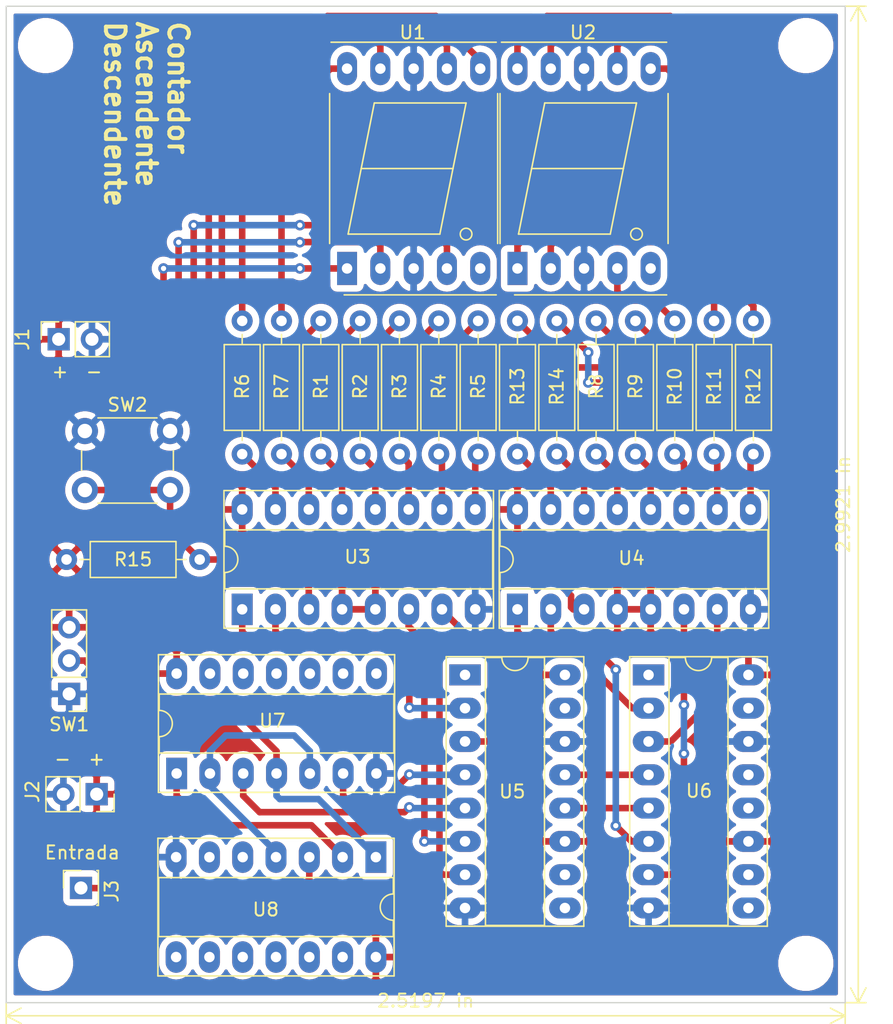
<source format=kicad_pcb>
(kicad_pcb (version 20171130) (host pcbnew "(5.1.5)-3")
  (layers (0 F.Cu signal) (31 B.Cu signal) (34 B.Paste user) (35 F.Paste user) (36 B.SilkS user) (37 F.SilkS user) (38 B.Mask user) (39 F.Mask user) (44 Edge.Cuts user))
  (net 0 "")
  (net 1 +5V)
  (net 2 GND)
  (net 3 Entrada)
  (net 4 "Net-(R1-Pad1)")
  (net 5 "Net-(R1-Pad2)")
  (net 6 "Net-(R2-Pad2)")
  (net 7 "Net-(R2-Pad1)")
  (net 8 "Net-(R3-Pad1)")
  (net 9 "Net-(R3-Pad2)")
  (net 10 "Net-(R4-Pad2)")
  (net 11 "Net-(R4-Pad1)")
  (net 12 "Net-(R5-Pad1)")
  (net 13 "Net-(R5-Pad2)")
  (net 14 "Net-(R6-Pad2)")
  (net 15 "Net-(R6-Pad1)")
  (net 16 "Net-(R7-Pad1)")
  (net 17 "Net-(R7-Pad2)")
  (net 18 "Net-(R8-Pad1)")
  (net 19 "Net-(R8-Pad2)")
  (net 20 "Net-(R9-Pad2)")
  (net 21 "Net-(R9-Pad1)")
  (net 22 "Net-(R10-Pad1)")
  (net 23 "Net-(R10-Pad2)")
  (net 24 "Net-(R11-Pad2)")
  (net 25 "Net-(R11-Pad1)")
  (net 26 "Net-(R12-Pad1)")
  (net 27 "Net-(R12-Pad2)")
  (net 28 "Net-(R13-Pad2)")
  (net 29 "Net-(R13-Pad1)")
  (net 30 "Net-(R14-Pad1)")
  (net 31 "Net-(R14-Pad2)")
  (net 32 probar)
  (net 33 "Net-(SW1-Pad2)")
  (net 34 "Net-(U1-Pad5)")
  (net 35 "Net-(U2-Pad5)")
  (net 36 "Net-(U5-Pad1)")
  (net 37 "Net-(U5-Pad9)")
  (net 38 "Net-(U5-Pad10)")
  (net 39 "Net-(U5-Pad15)")
  (net 40 "Net-(U6-Pad15)")
  (net 41 "Net-(U6-Pad13)")
  (net 42 "Net-(U6-Pad12)")
  (net 43 "Net-(U6-Pad10)")
  (net 44 "Net-(U6-Pad9)")
  (net 45 "Net-(U6-Pad1)")
  (net 46 "Net-(U7-Pad1)")
  (net 47 "Net-(U7-Pad2)")
  (net 48 /B1)
  (net 49 /C1)
  (net 50 /D1)
  (net 51 /A1)
  (net 52 /A2)
  (net 53 /D2)
  (net 54 /C2)
  (net 55 /B2)
  (net 56 /dw)
  (net 57 /c)
  (net 58 /Up)
  (net 59 /b)
  (module Añadidos:Logo_Calabaza (layer F.Cu) (at 23.975 59.25 270)
    (fp_text reference G*** hide)
    (fp_text value LOGO hide)
  )
  (module MountingHole:MountingHole_3.2mm_M3 (layer F.Cu) (at 22 44)
    (fp_text reference REF** hide)
    (fp_text value MountingHole_3.2mm_M3)
    (pad 1 np_thru_hole circle (at 0 0) (size 3.2 3.2) (drill 3.2) (layers *.Cu *.Mask))
  )
  (module MountingHole:MountingHole_3.2mm_M3 (layer F.Cu) (at 80 44)
    (fp_text reference REF** hide)
    (fp_text value MountingHole_3.2mm_M3)
    (pad 1 np_thru_hole circle (at 0 0) (size 3.2 3.2) (drill 3.2) (layers *.Cu *.Mask))
  )
  (module MountingHole:MountingHole_3.2mm_M3 (layer F.Cu) (at 80 114)
    (fp_text reference REF** hide)
    (fp_text value MountingHole_3.2mm_M3)
    (pad 1 np_thru_hole circle (at 0 0) (size 3.2 3.2) (drill 3.2) (layers *.Cu *.Mask))
  )
  (module MountingHole:MountingHole_3.2mm_M3 (layer F.Cu) (at 22 114)
    (fp_text reference REF** hide)
    (fp_text value MountingHole_3.2mm_M3)
    (pad 1 np_thru_hole circle (at 0 0) (size 3.2 3.2) (drill 3.2) (layers *.Cu *.Mask))
  )
  (module Connector_PinSocket_2.54mm:PinSocket_1x02_P2.54mm_Vertical (layer F.Cu) (at 23 66.4 90)
    (fp_text reference J1 (at 0 -2.77 90) (layer F.SilkS))
    (fp_text value 5V)
    (pad 1 thru_hole rect (at 0 0 90) (size 1.7 1.7) (drill 1) (layers *.Cu *.Mask) (net 1 +5V))
    (pad 2 thru_hole oval (at 0 2.54 90) (size 1.7 1.7) (drill 1) (layers *.Cu *.Mask) (net 2 GND))
  )
  (module Connector_PinSocket_2.54mm:PinSocket_1x02_P2.54mm_Vertical (layer F.Cu) (at 25.9 101.1 270)
    (fp_text reference J2 (at -0.2 4.9 90) (layer F.SilkS))
    (fp_text value 5V-555)
    (pad 2 thru_hole oval (at 0 2.54 270) (size 1.7 1.7) (drill 1) (layers *.Cu *.Mask) (net 2 GND))
    (pad 1 thru_hole rect (at 0 0 270) (size 1.7 1.7) (drill 1) (layers *.Cu *.Mask) (net 1 +5V))
  )
  (module Connector_PinSocket_2.54mm:PinSocket_1x01_P2.54mm_Vertical (layer F.Cu) (at 24.7 108.25 90)
    (fp_text reference J3 (at -0.25 2.35 90) (layer F.SilkS))
    (fp_text value Entrada)
    (pad 1 thru_hole rect (at 0 0 90) (size 1.7 1.7) (drill 1) (layers *.Cu *.Mask) (net 3 Entrada))
  )
  (module Resistor_THT:R_Axial_DIN0207_L6.3mm_D2.5mm_P10.16mm_Horizontal (layer F.Cu) (at 43 65 270)
    (fp_text reference R1 (at 5 0 270) (layer F.SilkS))
    (fp_text value 330)
    (pad 1 thru_hole circle (at 0 0 270) (size 1.6 1.6) (drill 0.8) (layers *.Cu *.Mask) (net 4 "Net-(R1-Pad1)"))
    (pad 2 thru_hole oval (at 10.16 0 270) (size 1.6 1.6) (drill 0.8) (layers *.Cu *.Mask) (net 5 "Net-(R1-Pad2)"))
  )
  (module Resistor_THT:R_Axial_DIN0207_L6.3mm_D2.5mm_P10.16mm_Horizontal (layer F.Cu) (at 46 65 270)
    (fp_text reference R2 (at 5 0 270) (layer F.SilkS))
    (fp_text value 330)
    (pad 2 thru_hole oval (at 10.16 0 270) (size 1.6 1.6) (drill 0.8) (layers *.Cu *.Mask) (net 6 "Net-(R2-Pad2)"))
    (pad 1 thru_hole circle (at 0 0 270) (size 1.6 1.6) (drill 0.8) (layers *.Cu *.Mask) (net 7 "Net-(R2-Pad1)"))
  )
  (module Resistor_THT:R_Axial_DIN0207_L6.3mm_D2.5mm_P10.16mm_Horizontal (layer F.Cu) (at 49 65 270)
    (fp_text reference R3 (at 5 0 270) (layer F.SilkS))
    (fp_text value 330)
    (pad 1 thru_hole circle (at 0 0 270) (size 1.6 1.6) (drill 0.8) (layers *.Cu *.Mask) (net 8 "Net-(R3-Pad1)"))
    (pad 2 thru_hole oval (at 10.16 0 270) (size 1.6 1.6) (drill 0.8) (layers *.Cu *.Mask) (net 9 "Net-(R3-Pad2)"))
  )
  (module Resistor_THT:R_Axial_DIN0207_L6.3mm_D2.5mm_P10.16mm_Horizontal (layer F.Cu) (at 52 65 270)
    (fp_text reference R4 (at 5 0 270) (layer F.SilkS))
    (fp_text value 330)
    (pad 2 thru_hole oval (at 10.16 0 270) (size 1.6 1.6) (drill 0.8) (layers *.Cu *.Mask) (net 10 "Net-(R4-Pad2)"))
    (pad 1 thru_hole circle (at 0 0 270) (size 1.6 1.6) (drill 0.8) (layers *.Cu *.Mask) (net 11 "Net-(R4-Pad1)"))
  )
  (module Resistor_THT:R_Axial_DIN0207_L6.3mm_D2.5mm_P10.16mm_Horizontal (layer F.Cu) (at 55 65 270)
    (fp_text reference R5 (at 5 0 270) (layer F.SilkS))
    (fp_text value 330)
    (pad 1 thru_hole circle (at 0 0 270) (size 1.6 1.6) (drill 0.8) (layers *.Cu *.Mask) (net 12 "Net-(R5-Pad1)"))
    (pad 2 thru_hole oval (at 10.16 0 270) (size 1.6 1.6) (drill 0.8) (layers *.Cu *.Mask) (net 13 "Net-(R5-Pad2)"))
  )
  (module Resistor_THT:R_Axial_DIN0207_L6.3mm_D2.5mm_P10.16mm_Horizontal (layer F.Cu) (at 37 65 270)
    (fp_text reference R6 (at 5 0 270) (layer F.SilkS))
    (fp_text value 330)
    (pad 2 thru_hole oval (at 10.16 0 270) (size 1.6 1.6) (drill 0.8) (layers *.Cu *.Mask) (net 14 "Net-(R6-Pad2)"))
    (pad 1 thru_hole circle (at 0 0 270) (size 1.6 1.6) (drill 0.8) (layers *.Cu *.Mask) (net 15 "Net-(R6-Pad1)"))
  )
  (module Resistor_THT:R_Axial_DIN0207_L6.3mm_D2.5mm_P10.16mm_Horizontal (layer F.Cu) (at 40 65 270)
    (fp_text reference R7 (at 5 0 270) (layer F.SilkS))
    (fp_text value 330)
    (pad 1 thru_hole circle (at 0 0 270) (size 1.6 1.6) (drill 0.8) (layers *.Cu *.Mask) (net 16 "Net-(R7-Pad1)"))
    (pad 2 thru_hole oval (at 10.16 0 270) (size 1.6 1.6) (drill 0.8) (layers *.Cu *.Mask) (net 17 "Net-(R7-Pad2)"))
  )
  (module Resistor_THT:R_Axial_DIN0207_L6.3mm_D2.5mm_P10.16mm_Horizontal (layer F.Cu) (at 64 65 270)
    (fp_text reference R8 (at 5 0 270) (layer F.SilkS))
    (fp_text value 330)
    (pad 1 thru_hole circle (at 0 0 270) (size 1.6 1.6) (drill 0.8) (layers *.Cu *.Mask) (net 18 "Net-(R8-Pad1)"))
    (pad 2 thru_hole oval (at 10.16 0 270) (size 1.6 1.6) (drill 0.8) (layers *.Cu *.Mask) (net 19 "Net-(R8-Pad2)"))
  )
  (module Resistor_THT:R_Axial_DIN0207_L6.3mm_D2.5mm_P10.16mm_Horizontal (layer F.Cu) (at 67 65 270)
    (fp_text reference R9 (at 5 0 270) (layer F.SilkS))
    (fp_text value 330)
    (pad 2 thru_hole oval (at 10.16 0 270) (size 1.6 1.6) (drill 0.8) (layers *.Cu *.Mask) (net 20 "Net-(R9-Pad2)"))
    (pad 1 thru_hole circle (at 0 0 270) (size 1.6 1.6) (drill 0.8) (layers *.Cu *.Mask) (net 21 "Net-(R9-Pad1)"))
  )
  (module Resistor_THT:R_Axial_DIN0207_L6.3mm_D2.5mm_P10.16mm_Horizontal (layer F.Cu) (at 70 65 270)
    (fp_text reference R10 (at 5 0 270) (layer F.SilkS))
    (fp_text value 330)
    (pad 1 thru_hole circle (at 0 0 270) (size 1.6 1.6) (drill 0.8) (layers *.Cu *.Mask) (net 22 "Net-(R10-Pad1)"))
    (pad 2 thru_hole oval (at 10.16 0 270) (size 1.6 1.6) (drill 0.8) (layers *.Cu *.Mask) (net 23 "Net-(R10-Pad2)"))
  )
  (module Resistor_THT:R_Axial_DIN0207_L6.3mm_D2.5mm_P10.16mm_Horizontal (layer F.Cu) (at 73 65 270)
    (fp_text reference R11 (at 5 0 270) (layer F.SilkS))
    (fp_text value 330)
    (pad 2 thru_hole oval (at 10.16 0 270) (size 1.6 1.6) (drill 0.8) (layers *.Cu *.Mask) (net 24 "Net-(R11-Pad2)"))
    (pad 1 thru_hole circle (at 0 0 270) (size 1.6 1.6) (drill 0.8) (layers *.Cu *.Mask) (net 25 "Net-(R11-Pad1)"))
  )
  (module Resistor_THT:R_Axial_DIN0207_L6.3mm_D2.5mm_P10.16mm_Horizontal (layer F.Cu) (at 76 65 270)
    (fp_text reference R12 (at 5 0 270) (layer F.SilkS))
    (fp_text value 330)
    (pad 1 thru_hole circle (at 0 0 270) (size 1.6 1.6) (drill 0.8) (layers *.Cu *.Mask) (net 26 "Net-(R12-Pad1)"))
    (pad 2 thru_hole oval (at 10.16 0 270) (size 1.6 1.6) (drill 0.8) (layers *.Cu *.Mask) (net 27 "Net-(R12-Pad2)"))
  )
  (module Resistor_THT:R_Axial_DIN0207_L6.3mm_D2.5mm_P10.16mm_Horizontal (layer F.Cu) (at 58 65 270)
    (fp_text reference R13 (at 5 0 270) (layer F.SilkS))
    (fp_text value 330)
    (pad 2 thru_hole oval (at 10.16 0 270) (size 1.6 1.6) (drill 0.8) (layers *.Cu *.Mask) (net 28 "Net-(R13-Pad2)"))
    (pad 1 thru_hole circle (at 0 0 270) (size 1.6 1.6) (drill 0.8) (layers *.Cu *.Mask) (net 29 "Net-(R13-Pad1)"))
  )
  (module Resistor_THT:R_Axial_DIN0207_L6.3mm_D2.5mm_P10.16mm_Horizontal (layer F.Cu) (at 61 65 270)
    (fp_text reference R14 (at 5 0 270) (layer F.SilkS))
    (fp_text value 330)
    (pad 1 thru_hole circle (at 0 0 270) (size 1.6 1.6) (drill 0.8) (layers *.Cu *.Mask) (net 30 "Net-(R14-Pad1)"))
    (pad 2 thru_hole oval (at 10.16 0 270) (size 1.6 1.6) (drill 0.8) (layers *.Cu *.Mask) (net 31 "Net-(R14-Pad2)"))
  )
  (module Resistor_THT:R_Axial_DIN0207_L6.3mm_D2.5mm_P10.16mm_Horizontal (layer F.Cu) (at 23.6 83.2)
    (fp_text reference R15 (at 5.08 0) (layer F.SilkS))
    (fp_text value 1k)
    (pad 2 thru_hole oval (at 10.16 0) (size 1.6 1.6) (drill 0.8) (layers *.Cu *.Mask) (net 32 probar))
    (pad 1 thru_hole circle (at 0 0) (size 1.6 1.6) (drill 0.8) (layers *.Cu *.Mask) (net 1 +5V))
  )
  (module Connector_PinHeader_2.54mm:PinHeader_1x03_P2.54mm_Vertical (layer F.Cu) (at 23.8 93.45 180)
    (fp_text reference SW1 (at 0 -2.33) (layer F.SilkS))
    (fp_text value Cambiar)
    (pad 1 thru_hole rect (at 0 0 180) (size 1.7 1.7) (drill 1) (layers *.Cu *.Mask) (net 2 GND))
    (pad 2 thru_hole oval (at 0 2.54 180) (size 1.7 1.7) (drill 1) (layers *.Cu *.Mask) (net 33 "Net-(SW1-Pad2)"))
    (pad 3 thru_hole oval (at 0 5.08 180) (size 1.7 1.7) (drill 1) (layers *.Cu *.Mask) (net 1 +5V))
  )
  (module Button_Switch_THT:SW_PUSH_6mm (layer F.Cu) (at 25 73.4)
    (fp_text reference SW2 (at 3.25 -2) (layer F.SilkS))
    (fp_text value probarDisp)
    (pad 2 thru_hole circle (at 0 4.5 90) (size 2 2) (drill 1.1) (layers *.Cu *.Mask) (net 32 probar))
    (pad 1 thru_hole circle (at 0 0 90) (size 2 2) (drill 1.1) (layers *.Cu *.Mask) (net 2 GND))
    (pad 2 thru_hole circle (at 6.5 4.5 90) (size 2 2) (drill 1.1) (layers *.Cu *.Mask) (net 32 probar))
    (pad 1 thru_hole circle (at 6.5 0 90) (size 2 2) (drill 1.1) (layers *.Cu *.Mask) (net 2 GND))
  )
  (module Display_7Segment:7SegmentLED_LTS6760_LTS6780 (layer F.Cu) (at 45 61 90)
    (fp_text reference U1 (at 18 5 180) (layer F.SilkS))
    (fp_text value KCSC02-105)
    (pad 1 thru_hole rect (at 0 0) (size 1.524 2.524) (drill 0.8) (layers *.Cu *.Mask) (net 12 "Net-(R5-Pad1)"))
    (pad 2 thru_hole oval (at 0 2.54) (size 1.524 2.524) (drill 0.8) (layers *.Cu *.Mask) (net 11 "Net-(R4-Pad1)"))
    (pad 3 thru_hole oval (at 0 5.08) (size 1.524 2.524) (drill 0.8) (layers *.Cu *.Mask) (net 2 GND))
    (pad 4 thru_hole oval (at 0 7.62) (size 1.524 2.524) (drill 0.8) (layers *.Cu *.Mask) (net 8 "Net-(R3-Pad1)"))
    (pad 5 thru_hole oval (at 0 10.16) (size 1.524 2.524) (drill 0.8) (layers *.Cu *.Mask) (net 34 "Net-(U1-Pad5)"))
    (pad 6 thru_hole oval (at 15.24 10.16) (size 1.524 2.524) (drill 0.8) (layers *.Cu *.Mask) (net 7 "Net-(R2-Pad1)"))
    (pad 7 thru_hole oval (at 15.24 7.62) (size 1.524 2.524) (drill 0.8) (layers *.Cu *.Mask) (net 4 "Net-(R1-Pad1)"))
    (pad 8 thru_hole oval (at 15.24 5.08) (size 1.524 2.524) (drill 0.8) (layers *.Cu *.Mask) (net 2 GND))
    (pad 9 thru_hole oval (at 15.24 2.54) (size 1.524 2.524) (drill 0.8) (layers *.Cu *.Mask) (net 15 "Net-(R6-Pad1)"))
    (pad 10 thru_hole oval (at 15.24 0) (size 1.524 2.524) (drill 0.8) (layers *.Cu *.Mask) (net 16 "Net-(R7-Pad1)"))
  )
  (module Display_7Segment:7SegmentLED_LTS6760_LTS6780 (layer F.Cu) (at 58 61 90)
    (fp_text reference U2 (at 18 5 180) (layer F.SilkS))
    (fp_text value KCSC02-105)
    (pad 10 thru_hole oval (at 15.24 0) (size 1.524 2.524) (drill 0.8) (layers *.Cu *.Mask) (net 30 "Net-(R14-Pad1)"))
    (pad 9 thru_hole oval (at 15.24 2.54) (size 1.524 2.524) (drill 0.8) (layers *.Cu *.Mask) (net 29 "Net-(R13-Pad1)"))
    (pad 8 thru_hole oval (at 15.24 5.08) (size 1.524 2.524) (drill 0.8) (layers *.Cu *.Mask) (net 2 GND))
    (pad 7 thru_hole oval (at 15.24 7.62) (size 1.524 2.524) (drill 0.8) (layers *.Cu *.Mask) (net 18 "Net-(R8-Pad1)"))
    (pad 6 thru_hole oval (at 15.24 10.16) (size 1.524 2.524) (drill 0.8) (layers *.Cu *.Mask) (net 21 "Net-(R9-Pad1)"))
    (pad 5 thru_hole oval (at 0 10.16) (size 1.524 2.524) (drill 0.8) (layers *.Cu *.Mask) (net 35 "Net-(U2-Pad5)"))
    (pad 4 thru_hole oval (at 0 7.62) (size 1.524 2.524) (drill 0.8) (layers *.Cu *.Mask) (net 22 "Net-(R10-Pad1)"))
    (pad 3 thru_hole oval (at 0 5.08) (size 1.524 2.524) (drill 0.8) (layers *.Cu *.Mask) (net 2 GND))
    (pad 2 thru_hole oval (at 0 2.54) (size 1.524 2.524) (drill 0.8) (layers *.Cu *.Mask) (net 25 "Net-(R11-Pad1)"))
    (pad 1 thru_hole rect (at 0 0) (size 1.524 2.524) (drill 0.8) (layers *.Cu *.Mask) (net 26 "Net-(R12-Pad1)"))
  )
  (module Package_DIP:DIP-16_W7.62mm_Socket_LongPads (layer F.Cu) (at 37 87 90)
    (fp_text reference U3 (at 4 8.8 180) (layer F.SilkS))
    (fp_text value 74LS48)
    (pad 1 thru_hole rect (at 0 0 90) (size 2.4 1.6) (drill 0.8) (layers *.Cu *.Mask) (net 48 /B1))
    (pad 9 thru_hole oval (at 7.62 17.78 90) (size 2.4 1.6) (drill 0.8) (layers *.Cu *.Mask) (net 13 "Net-(R5-Pad2)"))
    (pad 2 thru_hole oval (at 0 2.54 90) (size 2.4 1.6) (drill 0.8) (layers *.Cu *.Mask) (net 49 /C1))
    (pad 10 thru_hole oval (at 7.62 15.24 90) (size 2.4 1.6) (drill 0.8) (layers *.Cu *.Mask) (net 10 "Net-(R4-Pad2)"))
    (pad 3 thru_hole oval (at 0 5.08 90) (size 2.4 1.6) (drill 0.8) (layers *.Cu *.Mask) (net 32 probar))
    (pad 11 thru_hole oval (at 7.62 12.7 90) (size 2.4 1.6) (drill 0.8) (layers *.Cu *.Mask) (net 9 "Net-(R3-Pad2)"))
    (pad 4 thru_hole oval (at 0 7.62 90) (size 2.4 1.6) (drill 0.8) (layers *.Cu *.Mask) (net 1 +5V))
    (pad 12 thru_hole oval (at 7.62 10.16 90) (size 2.4 1.6) (drill 0.8) (layers *.Cu *.Mask) (net 6 "Net-(R2-Pad2)"))
    (pad 5 thru_hole oval (at 0 10.16 90) (size 2.4 1.6) (drill 0.8) (layers *.Cu *.Mask) (net 1 +5V))
    (pad 13 thru_hole oval (at 7.62 7.62 90) (size 2.4 1.6) (drill 0.8) (layers *.Cu *.Mask) (net 5 "Net-(R1-Pad2)"))
    (pad 6 thru_hole oval (at 0 12.7 90) (size 2.4 1.6) (drill 0.8) (layers *.Cu *.Mask) (net 50 /D1))
    (pad 14 thru_hole oval (at 7.62 5.08 90) (size 2.4 1.6) (drill 0.8) (layers *.Cu *.Mask) (net 17 "Net-(R7-Pad2)"))
    (pad 7 thru_hole oval (at 0 15.24 90) (size 2.4 1.6) (drill 0.8) (layers *.Cu *.Mask) (net 51 /A1))
    (pad 15 thru_hole oval (at 7.62 2.54 90) (size 2.4 1.6) (drill 0.8) (layers *.Cu *.Mask) (net 14 "Net-(R6-Pad2)"))
    (pad 8 thru_hole oval (at 0 17.78 90) (size 2.4 1.6) (drill 0.8) (layers *.Cu *.Mask) (net 2 GND))
    (pad 16 thru_hole oval (at 7.62 0 90) (size 2.4 1.6) (drill 0.8) (layers *.Cu *.Mask) (net 1 +5V))
  )
  (module Package_DIP:DIP-16_W7.62mm_Socket_LongPads (layer F.Cu) (at 58 87 90)
    (fp_text reference U4 (at 3.9 8.7 180) (layer F.SilkS))
    (fp_text value 74LS48)
    (pad 16 thru_hole oval (at 7.62 0 90) (size 2.4 1.6) (drill 0.8) (layers *.Cu *.Mask) (net 1 +5V))
    (pad 8 thru_hole oval (at 0 17.78 90) (size 2.4 1.6) (drill 0.8) (layers *.Cu *.Mask) (net 2 GND))
    (pad 15 thru_hole oval (at 7.62 2.54 90) (size 2.4 1.6) (drill 0.8) (layers *.Cu *.Mask) (net 28 "Net-(R13-Pad2)"))
    (pad 7 thru_hole oval (at 0 15.24 90) (size 2.4 1.6) (drill 0.8) (layers *.Cu *.Mask) (net 52 /A2))
    (pad 14 thru_hole oval (at 7.62 5.08 90) (size 2.4 1.6) (drill 0.8) (layers *.Cu *.Mask) (net 31 "Net-(R14-Pad2)"))
    (pad 6 thru_hole oval (at 0 12.7 90) (size 2.4 1.6) (drill 0.8) (layers *.Cu *.Mask) (net 53 /D2))
    (pad 13 thru_hole oval (at 7.62 7.62 90) (size 2.4 1.6) (drill 0.8) (layers *.Cu *.Mask) (net 19 "Net-(R8-Pad2)"))
    (pad 5 thru_hole oval (at 0 10.16 90) (size 2.4 1.6) (drill 0.8) (layers *.Cu *.Mask) (net 1 +5V))
    (pad 12 thru_hole oval (at 7.62 10.16 90) (size 2.4 1.6) (drill 0.8) (layers *.Cu *.Mask) (net 20 "Net-(R9-Pad2)"))
    (pad 4 thru_hole oval (at 0 7.62 90) (size 2.4 1.6) (drill 0.8) (layers *.Cu *.Mask) (net 1 +5V))
    (pad 11 thru_hole oval (at 7.62 12.7 90) (size 2.4 1.6) (drill 0.8) (layers *.Cu *.Mask) (net 23 "Net-(R10-Pad2)"))
    (pad 3 thru_hole oval (at 0 5.08 90) (size 2.4 1.6) (drill 0.8) (layers *.Cu *.Mask) (net 32 probar))
    (pad 10 thru_hole oval (at 7.62 15.24 90) (size 2.4 1.6) (drill 0.8) (layers *.Cu *.Mask) (net 24 "Net-(R11-Pad2)"))
    (pad 2 thru_hole oval (at 0 2.54 90) (size 2.4 1.6) (drill 0.8) (layers *.Cu *.Mask) (net 54 /C2))
    (pad 9 thru_hole oval (at 7.62 17.78 90) (size 2.4 1.6) (drill 0.8) (layers *.Cu *.Mask) (net 27 "Net-(R12-Pad2)"))
    (pad 1 thru_hole rect (at 0 0 90) (size 2.4 1.6) (drill 0.8) (layers *.Cu *.Mask) (net 55 /B2))
  )
  (module Package_DIP:DIP-16_W7.62mm_Socket_LongPads (layer F.Cu) (at 54 92)
    (fp_text reference U5 (at 3.6 8.9) (layer F.SilkS))
    (fp_text value 74LS192)
    (pad 1 thru_hole rect (at 0 0) (size 2.4 1.6) (drill 0.8) (layers *.Cu *.Mask) (net 36 "Net-(U5-Pad1)"))
    (pad 9 thru_hole oval (at 7.62 17.78) (size 2.4 1.6) (drill 0.8) (layers *.Cu *.Mask) (net 37 "Net-(U5-Pad9)"))
    (pad 2 thru_hole oval (at 0 2.54) (size 2.4 1.6) (drill 0.8) (layers *.Cu *.Mask) (net 48 /B1))
    (pad 10 thru_hole oval (at 7.62 15.24) (size 2.4 1.6) (drill 0.8) (layers *.Cu *.Mask) (net 38 "Net-(U5-Pad10)"))
    (pad 3 thru_hole oval (at 0 5.08) (size 2.4 1.6) (drill 0.8) (layers *.Cu *.Mask) (net 51 /A1))
    (pad 11 thru_hole oval (at 7.62 12.7) (size 2.4 1.6) (drill 0.8) (layers *.Cu *.Mask) (net 1 +5V))
    (pad 4 thru_hole oval (at 0 7.62) (size 2.4 1.6) (drill 0.8) (layers *.Cu *.Mask) (net 56 /dw))
    (pad 12 thru_hole oval (at 7.62 10.16) (size 2.4 1.6) (drill 0.8) (layers *.Cu *.Mask) (net 57 /c))
    (pad 5 thru_hole oval (at 0 10.16) (size 2.4 1.6) (drill 0.8) (layers *.Cu *.Mask) (net 58 /Up))
    (pad 13 thru_hole oval (at 7.62 7.62) (size 2.4 1.6) (drill 0.8) (layers *.Cu *.Mask) (net 59 /b))
    (pad 6 thru_hole oval (at 0 12.7) (size 2.4 1.6) (drill 0.8) (layers *.Cu *.Mask) (net 49 /C1))
    (pad 14 thru_hole oval (at 7.62 5.08) (size 2.4 1.6) (drill 0.8) (layers *.Cu *.Mask) (net 2 GND))
    (pad 7 thru_hole oval (at 0 15.24) (size 2.4 1.6) (drill 0.8) (layers *.Cu *.Mask) (net 50 /D1))
    (pad 15 thru_hole oval (at 7.62 2.54) (size 2.4 1.6) (drill 0.8) (layers *.Cu *.Mask) (net 39 "Net-(U5-Pad15)"))
    (pad 8 thru_hole oval (at 0 17.78) (size 2.4 1.6) (drill 0.8) (layers *.Cu *.Mask) (net 2 GND))
    (pad 16 thru_hole oval (at 7.62 0) (size 2.4 1.6) (drill 0.8) (layers *.Cu *.Mask) (net 1 +5V))
  )
  (module Package_DIP:DIP-16_W7.62mm_Socket_LongPads (layer F.Cu) (at 68 92)
    (fp_text reference U6 (at 3.85 8.85) (layer F.SilkS))
    (fp_text value 74LS192)
    (pad 16 thru_hole oval (at 7.62 0) (size 2.4 1.6) (drill 0.8) (layers *.Cu *.Mask) (net 1 +5V))
    (pad 8 thru_hole oval (at 0 17.78) (size 2.4 1.6) (drill 0.8) (layers *.Cu *.Mask) (net 2 GND))
    (pad 15 thru_hole oval (at 7.62 2.54) (size 2.4 1.6) (drill 0.8) (layers *.Cu *.Mask) (net 40 "Net-(U6-Pad15)"))
    (pad 7 thru_hole oval (at 0 15.24) (size 2.4 1.6) (drill 0.8) (layers *.Cu *.Mask) (net 53 /D2))
    (pad 14 thru_hole oval (at 7.62 5.08) (size 2.4 1.6) (drill 0.8) (layers *.Cu *.Mask) (net 2 GND))
    (pad 6 thru_hole oval (at 0 12.7) (size 2.4 1.6) (drill 0.8) (layers *.Cu *.Mask) (net 54 /C2))
    (pad 13 thru_hole oval (at 7.62 7.62) (size 2.4 1.6) (drill 0.8) (layers *.Cu *.Mask) (net 41 "Net-(U6-Pad13)"))
    (pad 5 thru_hole oval (at 0 10.16) (size 2.4 1.6) (drill 0.8) (layers *.Cu *.Mask) (net 57 /c))
    (pad 12 thru_hole oval (at 7.62 10.16) (size 2.4 1.6) (drill 0.8) (layers *.Cu *.Mask) (net 42 "Net-(U6-Pad12)"))
    (pad 4 thru_hole oval (at 0 7.62) (size 2.4 1.6) (drill 0.8) (layers *.Cu *.Mask) (net 59 /b))
    (pad 11 thru_hole oval (at 7.62 12.7) (size 2.4 1.6) (drill 0.8) (layers *.Cu *.Mask) (net 1 +5V))
    (pad 3 thru_hole oval (at 0 5.08) (size 2.4 1.6) (drill 0.8) (layers *.Cu *.Mask) (net 52 /A2))
    (pad 10 thru_hole oval (at 7.62 15.24) (size 2.4 1.6) (drill 0.8) (layers *.Cu *.Mask) (net 43 "Net-(U6-Pad10)"))
    (pad 2 thru_hole oval (at 0 2.54) (size 2.4 1.6) (drill 0.8) (layers *.Cu *.Mask) (net 55 /B2))
    (pad 9 thru_hole oval (at 7.62 17.78) (size 2.4 1.6) (drill 0.8) (layers *.Cu *.Mask) (net 44 "Net-(U6-Pad9)"))
    (pad 1 thru_hole rect (at 0 0) (size 2.4 1.6) (drill 0.8) (layers *.Cu *.Mask) (net 45 "Net-(U6-Pad1)"))
  )
  (module Package_DIP:DIP-14_W7.62mm_Socket_LongPads (layer F.Cu) (at 32 99.52 90)
    (fp_text reference U7 (at 4.02 7.3 180) (layer F.SilkS))
    (fp_text value 74LS00)
    (pad 1 thru_hole rect (at 0 0 90) (size 2.4 1.6) (drill 0.8) (layers *.Cu *.Mask) (net 46 "Net-(U7-Pad1)"))
    (pad 8 thru_hole oval (at 7.62 15.24 90) (size 2.4 1.6) (drill 0.8) (layers *.Cu *.Mask))
    (pad 2 thru_hole oval (at 0 2.54 90) (size 2.4 1.6) (drill 0.8) (layers *.Cu *.Mask) (net 47 "Net-(U7-Pad2)"))
    (pad 9 thru_hole oval (at 7.62 12.7 90) (size 2.4 1.6) (drill 0.8) (layers *.Cu *.Mask))
    (pad 3 thru_hole oval (at 0 5.08 90) (size 2.4 1.6) (drill 0.8) (layers *.Cu *.Mask) (net 58 /Up))
    (pad 10 thru_hole oval (at 7.62 10.16 90) (size 2.4 1.6) (drill 0.8) (layers *.Cu *.Mask))
    (pad 4 thru_hole oval (at 0 7.62 90) (size 2.4 1.6) (drill 0.8) (layers *.Cu *.Mask) (net 33 "Net-(SW1-Pad2)"))
    (pad 11 thru_hole oval (at 7.62 7.62 90) (size 2.4 1.6) (drill 0.8) (layers *.Cu *.Mask))
    (pad 5 thru_hole oval (at 0 10.16 90) (size 2.4 1.6) (drill 0.8) (layers *.Cu *.Mask) (net 47 "Net-(U7-Pad2)"))
    (pad 12 thru_hole oval (at 7.62 5.08 90) (size 2.4 1.6) (drill 0.8) (layers *.Cu *.Mask))
    (pad 6 thru_hole oval (at 0 12.7 90) (size 2.4 1.6) (drill 0.8) (layers *.Cu *.Mask) (net 56 /dw))
    (pad 13 thru_hole oval (at 7.62 2.54 90) (size 2.4 1.6) (drill 0.8) (layers *.Cu *.Mask))
    (pad 7 thru_hole oval (at 0 15.24 90) (size 2.4 1.6) (drill 0.8) (layers *.Cu *.Mask) (net 2 GND))
    (pad 14 thru_hole oval (at 7.62 0 90) (size 2.4 1.6) (drill 0.8) (layers *.Cu *.Mask) (net 1 +5V))
  )
  (module Package_DIP:DIP-14_W7.62mm_Socket_LongPads (layer F.Cu) (at 47.2 105.9 270)
    (fp_text reference U8 (at 4 8.4 180) (layer F.SilkS))
    (fp_text value 74LS04)
    (pad 14 thru_hole oval (at 7.62 0 270) (size 2.4 1.6) (drill 0.8) (layers *.Cu *.Mask) (net 1 +5V))
    (pad 7 thru_hole oval (at 0 15.24 270) (size 2.4 1.6) (drill 0.8) (layers *.Cu *.Mask) (net 2 GND))
    (pad 13 thru_hole oval (at 7.62 2.54 270) (size 2.4 1.6) (drill 0.8) (layers *.Cu *.Mask))
    (pad 6 thru_hole oval (at 0 12.7 270) (size 2.4 1.6) (drill 0.8) (layers *.Cu *.Mask))
    (pad 12 thru_hole oval (at 7.62 5.08 270) (size 2.4 1.6) (drill 0.8) (layers *.Cu *.Mask))
    (pad 5 thru_hole oval (at 0 10.16 270) (size 2.4 1.6) (drill 0.8) (layers *.Cu *.Mask))
    (pad 11 thru_hole oval (at 7.62 7.62 270) (size 2.4 1.6) (drill 0.8) (layers *.Cu *.Mask))
    (pad 4 thru_hole oval (at 0 7.62 270) (size 2.4 1.6) (drill 0.8) (layers *.Cu *.Mask) (net 47 "Net-(U7-Pad2)"))
    (pad 10 thru_hole oval (at 7.62 10.16 270) (size 2.4 1.6) (drill 0.8) (layers *.Cu *.Mask))
    (pad 3 thru_hole oval (at 0 5.08 270) (size 2.4 1.6) (drill 0.8) (layers *.Cu *.Mask) (net 3 Entrada))
    (pad 9 thru_hole oval (at 7.62 12.7 270) (size 2.4 1.6) (drill 0.8) (layers *.Cu *.Mask))
    (pad 2 thru_hole oval (at 0 2.54 270) (size 2.4 1.6) (drill 0.8) (layers *.Cu *.Mask) (net 46 "Net-(U7-Pad1)"))
    (pad 8 thru_hole oval (at 7.62 15.24 270) (size 2.4 1.6) (drill 0.8) (layers *.Cu *.Mask))
    (pad 1 thru_hole rect (at 0 0 270) (size 2.4 1.6) (drill 0.8) (layers *.Cu *.Mask) (net 33 "Net-(SW1-Pad2)"))
  )
  (gr_text Entrada (at 24.8 105.55) (layer F.SilkS) (effects (font (size 1 1))))
  (gr_text + (at 23.1 69 180) (layer F.SilkS) (effects (font (size 1 1))))
  (gr_text - (at 25.7 69 180) (layer F.SilkS) (effects (font (size 1 1))))
  (gr_text + (at 25.9 98.4) (layer F.SilkS) (effects (font (size 1 1))))
  (gr_text - (at 23.3 98.4) (layer F.SilkS) (effects (font (size 1 1))))
  (dimension 76 (width 0.12) (layer F.SilkS) (gr_text "76,000 mm" (at 85.27 79 90) (layer F.SilkS) (effects (font (size 1 1) (thickness 0.15)))) (feature1 (pts (xy 83 41) (xy 84.586421 41))) (feature2 (pts (xy 83 117) (xy 84.586421 117))) (crossbar (pts (xy 84 117) (xy 84 41))) (arrow1a (pts (xy 84 41) (xy 84.586421 42.126504))) (arrow1b (pts (xy 84 41) (xy 83.413579 42.126504))) (arrow2a (pts (xy 84 117) (xy 84.586421 115.873496))) (arrow2b (pts (xy 84 117) (xy 83.413579 115.873496))))
  (dimension 64 (width 0.12) (layer F.SilkS) (gr_text "64,000 mm" (at 51 119.27) (layer F.SilkS) (effects (font (size 1 1) (thickness 0.15)))) (feature1 (pts (xy 19 117) (xy 19 118.586421))) (feature2 (pts (xy 83 117) (xy 83 118.586421))) (crossbar (pts (xy 83 118) (xy 19 118))) (arrow1a (pts (xy 19 118) (xy 20.126504 117.413579))) (arrow1b (pts (xy 19 118) (xy 20.126504 118.586421))) (arrow2a (pts (xy 83 118) (xy 81.873496 117.413579))) (arrow2b (pts (xy 83 118) (xy 81.873496 118.586421))))
  (gr_text "Contador\nAscendente\nDescendente" (at 29.7 42 270) (layer F.SilkS) (effects (font (size 1.5 1.5) (thickness 0.3)) (justify left)))
  (gr_line (start 83 41) (end 83 117) (layer Edge.Cuts) (width 0.1))
  (gr_line (start 19 41) (end 83 41) (layer Edge.Cuts) (width 0.1))
  (gr_line (start 19 117) (end 19 41) (layer Edge.Cuts) (width 0.1))
  (gr_line (start 83 117) (end 19 117) (layer Edge.Cuts) (width 0.1))
  (segment (start 41.28 108.44) (end 24.7 108.25) (width 0.5) (layer F.Cu) (net 3))
  (segment (start 42.12 105.9) (end 42.12 107.6) (width 0.5) (layer F.Cu) (net 3))
  (segment (start 42.12 107.6) (end 41.28 108.44) (width 0.5) (layer F.Cu) (net 3))
  (segment (start 42.200001 65.799999) (end 43 65) (width 0.5) (layer F.Cu) (net 4))
  (segment (start 41.449999 66.550001) (end 42.200001 65.799999) (width 0.5) (layer F.Cu) (net 4))
  (segment (start 36.255999 66.550001) (end 41.449999 66.550001) (width 0.5) (layer F.Cu) (net 4))
  (segment (start 35.449999 65.744001) (end 36.255999 66.550001) (width 0.5) (layer F.Cu) (net 4))
  (segment (start 35.449999 51.219548) (end 35.449999 65.744001) (width 0.5) (layer F.Cu) (net 4))
  (segment (start 51.36998 42.74798) (end 43.921567 42.74798) (width 0.5) (layer F.Cu) (net 4))
  (segment (start 52.62 43.998) (end 51.36998 42.74798) (width 0.5) (layer F.Cu) (net 4))
  (segment (start 43.921567 42.74798) (end 35.449999 51.219548) (width 0.5) (layer F.Cu) (net 4))
  (segment (start 52.62 45.76) (end 52.62 43.998) (width 0.5) (layer F.Cu) (net 4))
  (segment (start 44.62 76.78) (end 43 75.16) (width 0.5) (layer F.Cu) (net 5))
  (segment (start 44.62 79.38) (end 44.62 76.78) (width 0.5) (layer F.Cu) (net 5))
  (segment (start 47.16 76.32) (end 46 75.16) (width 0.5) (layer F.Cu) (net 6))
  (segment (start 47.16 79.38) (end 47.16 76.32) (width 0.5) (layer F.Cu) (net 6))
  (segment (start 43.449989 67.550011) (end 45.200001 65.799999) (width 0.5) (layer F.Cu) (net 7))
  (segment (start 35.841782 67.550011) (end 43.449989 67.550011) (width 0.5) (layer F.Cu) (net 7))
  (segment (start 34.449989 50.805331) (end 34.449989 66.158218) (width 0.5) (layer F.Cu) (net 7))
  (segment (start 45.200001 65.799999) (end 46 65) (width 0.5) (layer F.Cu) (net 7))
  (segment (start 34.449989 66.158218) (end 35.841782 67.550011) (width 0.5) (layer F.Cu) (net 7))
  (segment (start 43.50735 41.74797) (end 34.449989 50.805331) (width 0.5) (layer F.Cu) (net 7))
  (segment (start 51.784197 41.74797) (end 43.50735 41.74797) (width 0.5) (layer F.Cu) (net 7))
  (segment (start 55.16 45.123775) (end 51.784197 41.74797) (width 0.5) (layer F.Cu) (net 7))
  (segment (start 55.16 45.76) (end 55.16 45.123775) (width 0.5) (layer F.Cu) (net 7))
  (via (at 41.4 57.699997) (size 0.8) (drill 0.4) (layers F.Cu B.Cu) (net 8))
  (segment (start 51.081997 57.699997) (end 41.4 57.699997) (width 0.5) (layer F.Cu) (net 8))
  (segment (start 52.62 61) (end 52.62 59.238) (width 0.5) (layer F.Cu) (net 8))
  (segment (start 52.62 59.238) (end 51.081997 57.699997) (width 0.5) (layer F.Cu) (net 8))
  (segment (start 41.4 57.699997) (end 33.299992 57.699997) (width 0.5) (layer B.Cu) (net 8))
  (segment (start 33.299992 57.699997) (end 33.299989 57.7) (width 0.5) (layer B.Cu) (net 8))
  (segment (start 35.427565 68.550021) (end 45.449979 68.550021) (width 0.5) (layer F.Cu) (net 8))
  (via (at 33.299989 57.7) (size 0.8) (drill 0.4) (layers F.Cu B.Cu) (net 8))
  (segment (start 45.449979 68.550021) (end 49 65) (width 0.5) (layer F.Cu) (net 8))
  (segment (start 33.299989 66.422445) (end 35.427565 68.550021) (width 0.5) (layer F.Cu) (net 8))
  (segment (start 33.299989 57.7) (end 33.299989 66.422445) (width 0.5) (layer F.Cu) (net 8))
  (segment (start 49.7 75.86) (end 49 75.16) (width 0.5) (layer F.Cu) (net 9))
  (segment (start 49.7 79.38) (end 49.7 75.86) (width 0.5) (layer F.Cu) (net 9))
  (segment (start 52.24 75.4) (end 52 75.16) (width 0.5) (layer F.Cu) (net 10))
  (segment (start 52.24 79.38) (end 52.24 75.4) (width 0.5) (layer F.Cu) (net 10))
  (segment (start 47.289999 58.987999) (end 41.412001 58.987999) (width 0.5) (layer F.Cu) (net 11))
  (via (at 41.4 59) (size 0.8) (drill 0.4) (layers F.Cu B.Cu) (net 11))
  (segment (start 41.412001 58.987999) (end 41.4 59) (width 0.5) (layer F.Cu) (net 11))
  (segment (start 47.54 61) (end 47.54 59.238) (width 0.5) (layer F.Cu) (net 11))
  (segment (start 47.54 59.238) (end 47.289999 58.987999) (width 0.5) (layer F.Cu) (net 11))
  (segment (start 32.149989 66.686672) (end 32.149989 59) (width 0.5) (layer F.Cu) (net 11))
  (segment (start 35.013348 69.550031) (end 32.149989 66.686672) (width 0.5) (layer F.Cu) (net 11))
  (segment (start 52 65) (end 47.449969 69.550031) (width 0.5) (layer F.Cu) (net 11))
  (segment (start 47.449969 69.550031) (end 35.013348 69.550031) (width 0.5) (layer F.Cu) (net 11))
  (segment (start 41.4 59) (end 32.149989 59) (width 0.5) (layer B.Cu) (net 11))
  (via (at 32.149989 59) (size 0.8) (drill 0.4) (layers F.Cu B.Cu) (net 11))
  (via (at 41.4 61) (size 0.8) (drill 0.4) (layers F.Cu B.Cu) (net 12))
  (segment (start 45 61) (end 41.4 61) (width 0.5) (layer F.Cu) (net 12))
  (segment (start 30.999989 66.950899) (end 30.999989 61) (width 0.5) (layer F.Cu) (net 12))
  (segment (start 34.599131 70.550041) (end 30.999989 66.950899) (width 0.5) (layer F.Cu) (net 12))
  (via (at 30.999989 61) (size 0.8) (drill 0.4) (layers F.Cu B.Cu) (net 12))
  (segment (start 55 65) (end 49.449959 70.550041) (width 0.5) (layer F.Cu) (net 12))
  (segment (start 49.449959 70.550041) (end 34.599131 70.550041) (width 0.5) (layer F.Cu) (net 12))
  (segment (start 41.4 61) (end 30.999989 61) (width 0.5) (layer B.Cu) (net 12))
  (segment (start 54.78 75.38) (end 55 75.16) (width 0.5) (layer F.Cu) (net 13))
  (segment (start 54.78 79.38) (end 54.78 75.38) (width 0.5) (layer F.Cu) (net 13))
  (segment (start 39.54 77.7) (end 39.54 79.38) (width 0.5) (layer F.Cu) (net 14))
  (segment (start 37 75.16) (end 39.54 77.7) (width 0.5) (layer F.Cu) (net 14))
  (segment (start 37 63.86863) (end 37 65) (width 0.5) (layer F.Cu) (net 15))
  (segment (start 37 51.083774) (end 37 63.86863) (width 0.5) (layer F.Cu) (net 15))
  (segment (start 44.335784 43.74799) (end 37 51.083774) (width 0.5) (layer F.Cu) (net 15))
  (segment (start 47.28999 43.74799) (end 44.335784 43.74799) (width 0.5) (layer F.Cu) (net 15))
  (segment (start 47.54 43.998) (end 47.28999 43.74799) (width 0.5) (layer F.Cu) (net 15))
  (segment (start 47.54 45.76) (end 47.54 43.998) (width 0.5) (layer F.Cu) (net 15))
  (segment (start 40 63.86863) (end 40 65) (width 0.5) (layer F.Cu) (net 16))
  (segment (start 43.738 45.76) (end 40 49.498) (width 0.5) (layer F.Cu) (net 16))
  (segment (start 40 49.498) (end 40 63.86863) (width 0.5) (layer F.Cu) (net 16))
  (segment (start 45 45.76) (end 43.738 45.76) (width 0.5) (layer F.Cu) (net 16))
  (segment (start 42.08 77.24) (end 42.08 79.38) (width 0.5) (layer F.Cu) (net 17))
  (segment (start 40 75.16) (end 42.08 77.24) (width 0.5) (layer F.Cu) (net 17))
  (segment (start 77.158218 67.550011) (end 66.550011 67.550011) (width 0.5) (layer F.Cu) (net 18))
  (segment (start 66.550011 67.550011) (end 64 65) (width 0.5) (layer F.Cu) (net 18))
  (segment (start 78.550011 66.158218) (end 77.158218 67.550011) (width 0.5) (layer F.Cu) (net 18))
  (segment (start 65.62 43.998) (end 65.87001 43.74799) (width 0.5) (layer F.Cu) (net 18))
  (segment (start 68.824217 43.74799) (end 78.550011 53.473784) (width 0.5) (layer F.Cu) (net 18))
  (segment (start 65.62 45.76) (end 65.62 43.998) (width 0.5) (layer F.Cu) (net 18))
  (segment (start 65.87001 43.74799) (end 68.824217 43.74799) (width 0.5) (layer F.Cu) (net 18))
  (segment (start 78.550011 53.473784) (end 78.550011 66.158219) (width 0.5) (layer F.Cu) (net 18))
  (segment (start 65.62 76.78) (end 64 75.16) (width 0.5) (layer F.Cu) (net 19))
  (segment (start 65.62 79.38) (end 65.62 76.78) (width 0.5) (layer F.Cu) (net 19))
  (segment (start 68.16 76.32) (end 67 75.16) (width 0.5) (layer F.Cu) (net 20))
  (segment (start 68.16 79.38) (end 68.16 76.32) (width 0.5) (layer F.Cu) (net 20))
  (segment (start 69.422 45.76) (end 77.550001 53.888001) (width 0.5) (layer F.Cu) (net 21))
  (segment (start 68.16 45.76) (end 69.422 45.76) (width 0.5) (layer F.Cu) (net 21))
  (segment (start 77.550001 65.744001) (end 76.744001 66.550001) (width 0.5) (layer F.Cu) (net 21))
  (segment (start 76.744001 66.550001) (end 68.550001 66.550001) (width 0.5) (layer F.Cu) (net 21))
  (segment (start 68.550001 66.550001) (end 67 65) (width 0.5) (layer F.Cu) (net 21))
  (segment (start 77.550001 65.744001) (end 77.550001 53.888001) (width 0.5) (layer F.Cu) (net 21))
  (segment (start 68.449999 63.449999) (end 69.200001 64.200001) (width 0.5) (layer F.Cu) (net 22))
  (segment (start 69.200001 64.200001) (end 70 65) (width 0.5) (layer F.Cu) (net 22))
  (segment (start 65.62 62.762) (end 66.307999 63.449999) (width 0.5) (layer F.Cu) (net 22))
  (segment (start 66.307999 63.449999) (end 68.449999 63.449999) (width 0.5) (layer F.Cu) (net 22))
  (segment (start 65.62 61) (end 65.62 62.762) (width 0.5) (layer F.Cu) (net 22))
  (segment (start 70.7 75.86) (end 70 75.16) (width 0.5) (layer F.Cu) (net 23))
  (segment (start 70.7 79.38) (end 70.7 75.86) (width 0.5) (layer F.Cu) (net 23))
  (segment (start 73.24 75.4) (end 73 75.16) (width 0.5) (layer F.Cu) (net 24))
  (segment (start 73.24 79.38) (end 73.24 75.4) (width 0.5) (layer F.Cu) (net 24))
  (segment (start 60.79001 58.98799) (end 60.54 59.238) (width 0.5) (layer F.Cu) (net 25))
  (segment (start 68.786295 58.98799) (end 60.79001 58.98799) (width 0.5) (layer F.Cu) (net 25))
  (segment (start 60.54 59.238) (end 60.54 61) (width 0.5) (layer F.Cu) (net 25))
  (segment (start 73 63.201695) (end 68.786295 58.98799) (width 0.5) (layer F.Cu) (net 25))
  (segment (start 73 65) (end 73 63.201695) (width 0.5) (layer F.Cu) (net 25))
  (segment (start 58 59.238) (end 58 61) (width 0.5) (layer F.Cu) (net 26))
  (segment (start 70.11935 57.98798) (end 59.25002 57.98798) (width 0.5) (layer F.Cu) (net 26))
  (segment (start 59.25002 57.98798) (end 58 59.238) (width 0.5) (layer F.Cu) (net 26))
  (segment (start 76 63.86863) (end 70.11935 57.98798) (width 0.5) (layer F.Cu) (net 26))
  (segment (start 76 65) (end 76 63.86863) (width 0.5) (layer F.Cu) (net 26))
  (segment (start 75.78 75.38) (end 76 75.16) (width 0.5) (layer F.Cu) (net 27))
  (segment (start 75.78 79.38) (end 75.78 75.38) (width 0.5) (layer F.Cu) (net 27))
  (segment (start 58.02 75.16) (end 58 75.16) (width 0.5) (layer B.Cu) (net 28))
  (segment (start 60.54 77.68) (end 58.02 75.16) (width 0.5) (layer F.Cu) (net 28))
  (segment (start 60.54 79.38) (end 60.54 77.68) (width 0.5) (layer F.Cu) (net 28))
  (segment (start 77.572435 68.550021) (end 61.550021 68.550021) (width 0.5) (layer F.Cu) (net 29))
  (segment (start 61.550021 68.550021) (end 58 65) (width 0.5) (layer F.Cu) (net 29))
  (segment (start 79.550021 66.572435) (end 77.572435 68.550021) (width 0.5) (layer F.Cu) (net 29))
  (segment (start 61.79002 42.74798) (end 69.238434 42.74798) (width 0.5) (layer F.Cu) (net 29))
  (segment (start 69.238434 42.74798) (end 79.550021 53.059567) (width 0.5) (layer F.Cu) (net 29))
  (segment (start 60.54 43.998) (end 61.79002 42.74798) (width 0.5) (layer F.Cu) (net 29))
  (segment (start 60.54 45.76) (end 60.54 43.998) (width 0.5) (layer F.Cu) (net 29))
  (segment (start 79.550021 66.572435) (end 79.550021 53.059567) (width 0.5) (layer F.Cu) (net 29))
  (segment (start 63.4 67.400021) (end 63.400021 67.400021) (width 0.5) (layer B.Cu) (net 30))
  (segment (start 63.400021 67.400021) (end 61 65) (width 0.5) (layer F.Cu) (net 30))
  (via (at 63.4 67.400021) (size 0.8) (drill 0.4) (layers F.Cu B.Cu) (net 30))
  (segment (start 58 43.998) (end 58 45.76) (width 0.5) (layer F.Cu) (net 30))
  (segment (start 60.25003 41.74797) (end 58 43.998) (width 0.5) (layer F.Cu) (net 30))
  (segment (start 69.652651 41.74797) (end 60.25003 41.74797) (width 0.5) (layer F.Cu) (net 30))
  (via (at 63.4 69.700021) (size 0.8) (drill 0.4) (layers F.Cu B.Cu) (net 30))
  (segment (start 63.4 69.700021) (end 77.836662 69.700021) (width 0.5) (layer F.Cu) (net 30))
  (segment (start 77.836662 69.700021) (end 80.550031 66.986652) (width 0.5) (layer F.Cu) (net 30))
  (segment (start 80.550031 52.64535) (end 69.652651 41.74797) (width 0.5) (layer F.Cu) (net 30))
  (segment (start 63.4 67.400021) (end 63.4 69.700021) (width 0.5) (layer B.Cu) (net 30))
  (segment (start 80.550031 52.64535) (end 80.550031 66.986652) (width 0.5) (layer F.Cu) (net 30))
  (segment (start 63.08 77.24) (end 63.08 79.38) (width 0.5) (layer F.Cu) (net 31))
  (segment (start 61 75.16) (end 63.08 77.24) (width 0.5) (layer F.Cu) (net 31))
  (segment (start 42.08 85.3) (end 42.08 87) (width 0.5) (layer F.Cu) (net 32))
  (segment (start 39.98 83.2) (end 42.08 85.3) (width 0.5) (layer F.Cu) (net 32))
  (segment (start 33.76 83.2) (end 39.98 83.2) (width 0.5) (layer F.Cu) (net 32))
  (segment (start 62.09001 86.84001) (end 62.09001 85.957965) (width 0.5) (layer F.Cu) (net 32))
  (segment (start 59.332045 83.2) (end 39.98 83.2) (width 0.5) (layer F.Cu) (net 32))
  (segment (start 62.09001 85.957965) (end 59.332045 83.2) (width 0.5) (layer F.Cu) (net 32))
  (segment (start 62.25 87) (end 62.09001 86.84001) (width 0.5) (layer F.Cu) (net 32))
  (segment (start 63.08 87) (end 62.25 87) (width 0.5) (layer F.Cu) (net 32))
  (segment (start 31.5 80.94) (end 31.5 77.9) (width 0.5) (layer F.Cu) (net 32))
  (segment (start 33.76 83.2) (end 31.5 80.94) (width 0.5) (layer F.Cu) (net 32))
  (segment (start 25 77.9) (end 31.5 77.9) (width 0.5) (layer F.Cu) (net 32))
  (segment (start 39.62 101.22) (end 39.62 99.52) (width 0.5) (layer B.Cu) (net 33))
  (segment (start 39.87001 101.47001) (end 39.62 101.22) (width 0.5) (layer B.Cu) (net 33))
  (segment (start 42.822055 101.47001) (end 39.87001 101.47001) (width 0.5) (layer B.Cu) (net 33))
  (segment (start 47.2 105.847955) (end 42.822055 101.47001) (width 0.5) (layer B.Cu) (net 33))
  (segment (start 47.2 105.9) (end 47.2 105.847955) (width 0.5) (layer B.Cu) (net 33))
  (segment (start 25.002081 90.91) (end 23.8 90.91) (width 0.5) (layer F.Cu) (net 33))
  (segment (start 27.942091 93.85001) (end 25.002081 90.91) (width 0.5) (layer F.Cu) (net 33))
  (segment (start 35.65001 93.85001) (end 27.942091 93.85001) (width 0.5) (layer F.Cu) (net 33))
  (segment (start 39.62 97.82) (end 35.65001 93.85001) (width 0.5) (layer F.Cu) (net 33))
  (segment (start 39.62 99.52) (end 39.62 97.82) (width 0.5) (layer F.Cu) (net 33))
  (segment (start 32 101.22) (end 32 99.52) (width 0.5) (layer F.Cu) (net 46))
  (segment (start 34.25003 103.47003) (end 32 101.22) (width 0.5) (layer F.Cu) (net 46))
  (segment (start 44.66 105.847955) (end 42.282075 103.47003) (width 0.5) (layer F.Cu) (net 46))
  (segment (start 42.282075 103.47003) (end 34.25003 103.47003) (width 0.5) (layer F.Cu) (net 46))
  (segment (start 44.66 105.9) (end 44.66 105.847955) (width 0.5) (layer F.Cu) (net 46))
  (segment (start 39.58 105.5) (end 39.58 105.9) (width 0.5) (layer B.Cu) (net 47))
  (segment (start 34.54 100.46) (end 39.58 105.5) (width 0.5) (layer B.Cu) (net 47))
  (segment (start 34.54 99.52) (end 34.54 100.46) (width 0.5) (layer B.Cu) (net 47))
  (segment (start 34.54 97.82) (end 35.74 96.62) (width 0.5) (layer B.Cu) (net 47))
  (segment (start 34.54 99.52) (end 34.54 97.82) (width 0.5) (layer B.Cu) (net 47))
  (segment (start 42.16 97.82) (end 42.16 99.52) (width 0.5) (layer B.Cu) (net 47))
  (segment (start 40.96 96.62) (end 42.16 97.82) (width 0.5) (layer B.Cu) (net 47))
  (segment (start 35.74 96.62) (end 40.96 96.62) (width 0.5) (layer B.Cu) (net 47))
  (via (at 49.749999 94.5) (size 0.8) (drill 0.4) (layers F.Cu B.Cu) (net 48))
  (segment (start 54 94.54) (end 49.789999 94.54) (width 0.5) (layer B.Cu) (net 48))
  (segment (start 49.789999 94.54) (end 49.749999 94.5) (width 0.5) (layer B.Cu) (net 48))
  (segment (start 49.749999 94.5) (end 49.749999 91.449999) (width 0.5) (layer F.Cu) (net 48))
  (segment (start 38.25002 89.95002) (end 48.335794 89.95002) (width 0.5) (layer F.Cu) (net 48))
  (segment (start 37 87) (end 37 88.7) (width 0.5) (layer F.Cu) (net 48))
  (segment (start 37 88.7) (end 38.25002 89.95002) (width 0.5) (layer F.Cu) (net 48))
  (segment (start 49.749999 91.364225) (end 49.749999 91.449999) (width 0.5) (layer F.Cu) (net 48))
  (segment (start 48.335794 89.95002) (end 49.749999 91.364225) (width 0.5) (layer F.Cu) (net 48))
  (via (at 50.899999 104.7) (size 0.8) (drill 0.4) (layers F.Cu B.Cu) (net 49))
  (segment (start 54 104.7) (end 50.899999 104.7) (width 0.5) (layer B.Cu) (net 49))
  (segment (start 50.899999 104.7) (end 50.899999 91.099999) (width 0.5) (layer F.Cu) (net 49))
  (segment (start 39.79001 88.95001) (end 39.54 88.7) (width 0.5) (layer F.Cu) (net 49))
  (segment (start 48.75001 88.95001) (end 39.79001 88.95001) (width 0.5) (layer F.Cu) (net 49))
  (segment (start 39.54 88.7) (end 39.54 87) (width 0.5) (layer F.Cu) (net 49))
  (segment (start 50.899999 91.099999) (end 48.75001 88.95001) (width 0.5) (layer F.Cu) (net 49))
  (segment (start 54 107.24) (end 52.3 107.24) (width 0.5) (layer F.Cu) (net 50))
  (segment (start 49.7 88.3) (end 52.049999 90.649999) (width 0.5) (layer F.Cu) (net 50))
  (segment (start 49.7 87) (end 49.7 88.3) (width 0.5) (layer F.Cu) (net 50))
  (segment (start 52.3 107.24) (end 52.049999 106.989999) (width 0.5) (layer F.Cu) (net 50))
  (segment (start 52.049999 90.649999) (end 52.049999 106.989999) (width 0.5) (layer F.Cu) (net 50))
  (segment (start 55.950001 90.762046) (end 52.24 87.052045) (width 0.5) (layer F.Cu) (net 51))
  (segment (start 55.950001 96.829999) (end 55.950001 90.762046) (width 0.5) (layer F.Cu) (net 51))
  (segment (start 54 97.08) (end 55.7 97.08) (width 0.5) (layer F.Cu) (net 51))
  (segment (start 52.24 87.052045) (end 52.24 87) (width 0.5) (layer F.Cu) (net 51))
  (segment (start 55.7 97.08) (end 55.950001 96.829999) (width 0.5) (layer F.Cu) (net 51))
  (segment (start 69.7 97.08) (end 68 97.08) (width 0.5) (layer F.Cu) (net 52))
  (segment (start 73.24 93.54) (end 69.7 97.08) (width 0.5) (layer F.Cu) (net 52))
  (segment (start 73.24 87) (end 73.24 93.54) (width 0.5) (layer F.Cu) (net 52))
  (via (at 70.7 94.3) (size 0.8) (drill 0.4) (layers F.Cu B.Cu) (net 53))
  (segment (start 70.7 87) (end 70.7 94.3) (width 0.5) (layer F.Cu) (net 53))
  (via (at 70.7 98) (size 0.8) (drill 0.4) (layers F.Cu B.Cu) (net 53))
  (segment (start 70.7 94.3) (end 70.7 98) (width 0.5) (layer B.Cu) (net 53))
  (segment (start 69.7 107.24) (end 68 107.24) (width 0.5) (layer F.Cu) (net 53))
  (segment (start 70.7 106.24) (end 69.7 107.24) (width 0.5) (layer F.Cu) (net 53))
  (segment (start 70.7 98) (end 70.7 106.24) (width 0.5) (layer F.Cu) (net 53))
  (via (at 65.5 103.5) (size 0.8) (drill 0.4) (layers F.Cu B.Cu) (net 54))
  (segment (start 68 104.7) (end 66.7 104.7) (width 0.5) (layer F.Cu) (net 54))
  (segment (start 66.7 104.7) (end 65.5 103.5) (width 0.5) (layer F.Cu) (net 54))
  (segment (start 65.5 103.5) (end 65.5 91.6) (width 0.5) (layer B.Cu) (net 54))
  (via (at 65.5 91.6) (size 0.8) (drill 0.4) (layers F.Cu B.Cu) (net 54))
  (segment (start 63.34998 89.44998) (end 65.100001 91.200001) (width 0.5) (layer F.Cu) (net 54))
  (segment (start 61.28998 89.44998) (end 63.34998 89.44998) (width 0.5) (layer F.Cu) (net 54))
  (segment (start 65.100001 91.200001) (end 65.5 91.6) (width 0.5) (layer F.Cu) (net 54))
  (segment (start 60.54 88.7) (end 61.28998 89.44998) (width 0.5) (layer F.Cu) (net 54))
  (segment (start 60.54 87) (end 60.54 88.7) (width 0.5) (layer F.Cu) (net 54))
  (segment (start 66.752045 94.54) (end 68 94.54) (width 0.5) (layer F.Cu) (net 55))
  (segment (start 62.662035 90.44999) (end 66.752045 94.54) (width 0.5) (layer F.Cu) (net 55))
  (segment (start 59.74999 90.44999) (end 62.662035 90.44999) (width 0.5) (layer F.Cu) (net 55))
  (segment (start 58 88.7) (end 59.74999 90.44999) (width 0.5) (layer F.Cu) (net 55))
  (segment (start 58 87) (end 58 88.7) (width 0.5) (layer F.Cu) (net 55))
  (via (at 49.749999 99.6) (size 0.8) (drill 0.4) (layers F.Cu B.Cu) (net 56))
  (segment (start 54 99.62) (end 49.769999 99.62) (width 0.5) (layer B.Cu) (net 56))
  (segment (start 49.769999 99.62) (end 49.749999 99.6) (width 0.5) (layer B.Cu) (net 56))
  (segment (start 44.7 101.22) (end 44.7 99.52) (width 0.5) (layer F.Cu) (net 56))
  (segment (start 44.95001 101.47001) (end 44.7 101.22) (width 0.5) (layer F.Cu) (net 56))
  (segment (start 47.882035 101.47001) (end 44.95001 101.47001) (width 0.5) (layer F.Cu) (net 56))
  (segment (start 48.79001 100.562035) (end 47.882035 101.47001) (width 0.5) (layer F.Cu) (net 56))
  (segment (start 48.79001 100.559989) (end 48.79001 100.562035) (width 0.5) (layer F.Cu) (net 56))
  (segment (start 49.749999 99.6) (end 48.79001 100.559989) (width 0.5) (layer F.Cu) (net 56))
  (segment (start 68 102.16) (end 61.62 102.16) (width 0.5) (layer F.Cu) (net 57))
  (segment (start 54 102.16) (end 49.809999 102.16) (width 0.5) (layer B.Cu) (net 58))
  (via (at 49.749999 102.1) (size 0.8) (drill 0.4) (layers F.Cu B.Cu) (net 58))
  (segment (start 49.809999 102.16) (end 49.749999 102.1) (width 0.5) (layer B.Cu) (net 58))
  (segment (start 37.08 101.22) (end 37.08 99.52) (width 0.5) (layer F.Cu) (net 58))
  (segment (start 38.33002 102.47002) (end 37.08 101.22) (width 0.5) (layer F.Cu) (net 58))
  (segment (start 49.379979 102.47002) (end 38.33002 102.47002) (width 0.5) (layer F.Cu) (net 58))
  (segment (start 49.749999 102.1) (end 49.379979 102.47002) (width 0.5) (layer F.Cu) (net 58))
  (segment (start 61.62 99.62) (end 68 99.62) (width 0.5) (layer F.Cu) (net 59))
  (zone (net 1) (net_name +5V) (layer F.Cu) (connect_pads (clearance 0.508)) (min_thickness 0.254) (fill yes (arc_segments 32) (thermal_gap 0.508) (thermal_bridge_width 0.508))
    (polygon (pts (xy 83 117) (xy 19 117) (xy 19 41) (xy 83 41)))
  )
  (zone (net 2) (net_name GND) (layer B.Cu) (connect_pads (clearance 0.508)) (min_thickness 0.254) (fill yes (arc_segments 32) (thermal_gap 0.508) (thermal_bridge_width 0.508))
    (polygon (pts (xy 83 117) (xy 19 117) (xy 19 41) (xy 83 41)))
  )
)
</source>
